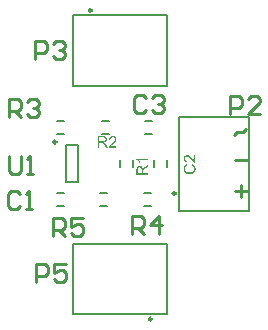
<source format=gto>
G04*
G04 #@! TF.GenerationSoftware,Altium Limited,Altium Designer,24.7.2 (38)*
G04*
G04 Layer_Color=16316664*
%FSAX44Y44*%
%MOMM*%
G71*
G04*
G04 #@! TF.SameCoordinates,93A25BCA-29EF-4DAC-9895-B02BB0167CD6*
G04*
G04*
G04 #@! TF.FilePolarity,Positive*
G04*
G01*
G75*
%ADD10C,0.2500*%
%ADD11C,0.2000*%
%ADD12C,0.1500*%
%ADD13C,0.2540*%
G36*
X00817980Y00277245D02*
X00818093Y00277231D01*
X00818234Y00277217D01*
X00818389Y00277189D01*
X00818544Y00277161D01*
X00818911Y00277062D01*
X00819277Y00276921D01*
X00819460Y00276836D01*
X00819643Y00276738D01*
X00819813Y00276611D01*
X00819968Y00276470D01*
X00819982Y00276456D01*
X00820010Y00276442D01*
X00820038Y00276385D01*
X00820095Y00276329D01*
X00820165Y00276259D01*
X00820236Y00276160D01*
X00820306Y00276061D01*
X00820391Y00275934D01*
X00820532Y00275667D01*
X00820673Y00275328D01*
X00820729Y00275159D01*
X00820757Y00274962D01*
X00820785Y00274764D01*
X00820799Y00274553D01*
X00820799Y00274525D01*
X00820799Y00274454D01*
X00820785Y00274341D01*
X00820771Y00274186D01*
X00820743Y00274017D01*
X00820687Y00273820D01*
X00820630Y00273608D01*
X00820546Y00273397D01*
X00820532Y00273369D01*
X00820503Y00273298D01*
X00820447Y00273185D01*
X00820362Y00273030D01*
X00820250Y00272861D01*
X00820109Y00272650D01*
X00819940Y00272438D01*
X00819742Y00272199D01*
X00819714Y00272170D01*
X00819643Y00272086D01*
X00819573Y00272015D01*
X00819503Y00271945D01*
X00819418Y00271860D01*
X00819305Y00271747D01*
X00819192Y00271635D01*
X00819051Y00271508D01*
X00818911Y00271367D01*
X00818741Y00271212D01*
X00818558Y00271057D01*
X00818361Y00270874D01*
X00818135Y00270690D01*
X00817910Y00270493D01*
X00817896Y00270479D01*
X00817867Y00270451D01*
X00817811Y00270408D01*
X00817740Y00270352D01*
X00817656Y00270267D01*
X00817557Y00270183D01*
X00817332Y00270000D01*
X00817092Y00269788D01*
X00816866Y00269576D01*
X00816669Y00269393D01*
X00816584Y00269323D01*
X00816514Y00269252D01*
X00816500Y00269238D01*
X00816458Y00269196D01*
X00816401Y00269139D01*
X00816331Y00269055D01*
X00816260Y00268956D01*
X00816176Y00268858D01*
X00816006Y00268618D01*
X00820814Y00268618D01*
X00820814Y00267462D01*
X00814343Y00267462D01*
X00814343Y00267476D01*
X00814343Y00267533D01*
X00814343Y00267617D01*
X00814357Y00267730D01*
X00814371Y00267857D01*
X00814399Y00267998D01*
X00814428Y00268139D01*
X00814484Y00268294D01*
X00814484Y00268308D01*
X00814498Y00268322D01*
X00814526Y00268407D01*
X00814583Y00268533D01*
X00814667Y00268703D01*
X00814780Y00268900D01*
X00814921Y00269125D01*
X00815076Y00269351D01*
X00815274Y00269591D01*
X00815274Y00269605D01*
X00815302Y00269619D01*
X00815372Y00269703D01*
X00815499Y00269830D01*
X00815682Y00270014D01*
X00815894Y00270225D01*
X00816162Y00270479D01*
X00816486Y00270761D01*
X00816838Y00271057D01*
X00816852Y00271071D01*
X00816909Y00271113D01*
X00816993Y00271184D01*
X00817092Y00271268D01*
X00817219Y00271381D01*
X00817374Y00271508D01*
X00817529Y00271649D01*
X00817712Y00271804D01*
X00818065Y00272142D01*
X00818417Y00272481D01*
X00818586Y00272650D01*
X00818741Y00272819D01*
X00818882Y00272974D01*
X00818995Y00273129D01*
X00818995Y00273143D01*
X00819023Y00273157D01*
X00819051Y00273200D01*
X00819080Y00273256D01*
X00819178Y00273411D01*
X00819291Y00273594D01*
X00819390Y00273820D01*
X00819489Y00274059D01*
X00819545Y00274327D01*
X00819573Y00274581D01*
X00819573Y00274595D01*
X00819573Y00274609D01*
X00819559Y00274694D01*
X00819545Y00274835D01*
X00819503Y00274990D01*
X00819446Y00275187D01*
X00819348Y00275385D01*
X00819221Y00275582D01*
X00819051Y00275779D01*
X00819023Y00275807D01*
X00818953Y00275864D01*
X00818854Y00275934D01*
X00818699Y00276033D01*
X00818502Y00276118D01*
X00818276Y00276202D01*
X00818008Y00276259D01*
X00817712Y00276273D01*
X00817628Y00276273D01*
X00817571Y00276259D01*
X00817402Y00276244D01*
X00817205Y00276202D01*
X00816993Y00276146D01*
X00816754Y00276047D01*
X00816528Y00275920D01*
X00816317Y00275751D01*
X00816288Y00275723D01*
X00816232Y00275652D01*
X00816148Y00275540D01*
X00816063Y00275370D01*
X00815964Y00275173D01*
X00815880Y00274919D01*
X00815823Y00274637D01*
X00815795Y00274313D01*
X00814569Y00274440D01*
X00814569Y00274454D01*
X00814583Y00274496D01*
X00814583Y00274567D01*
X00814597Y00274666D01*
X00814625Y00274778D01*
X00814653Y00274905D01*
X00814696Y00275060D01*
X00814738Y00275215D01*
X00814850Y00275554D01*
X00815020Y00275892D01*
X00815118Y00276061D01*
X00815245Y00276230D01*
X00815372Y00276385D01*
X00815513Y00276526D01*
X00815527Y00276541D01*
X00815555Y00276555D01*
X00815598Y00276597D01*
X00815668Y00276639D01*
X00815753Y00276695D01*
X00815851Y00276752D01*
X00815964Y00276822D01*
X00816105Y00276893D01*
X00816260Y00276963D01*
X00816429Y00277034D01*
X00816613Y00277090D01*
X00816810Y00277147D01*
X00817021Y00277189D01*
X00817247Y00277231D01*
X00817487Y00277245D01*
X00817740Y00277259D01*
X00817881Y00277259D01*
X00817980Y00277245D01*
X00817980Y00277245D02*
G37*
G36*
X00809818Y00277203D02*
X00809945Y00277203D01*
X00810241Y00277189D01*
X00810551Y00277147D01*
X00810889Y00277104D01*
X00811199Y00277034D01*
X00811355Y00276992D01*
X00811481Y00276949D01*
X00811496Y00276949D01*
X00811510Y00276935D01*
X00811594Y00276893D01*
X00811721Y00276836D01*
X00811876Y00276738D01*
X00812045Y00276611D01*
X00812228Y00276442D01*
X00812398Y00276244D01*
X00812567Y00276019D01*
X00812567Y00276005D01*
X00812581Y00275991D01*
X00812637Y00275906D01*
X00812694Y00275765D01*
X00812778Y00275582D01*
X00812849Y00275370D01*
X00812919Y00275117D01*
X00812962Y00274849D01*
X00812976Y00274553D01*
X00812976Y00274539D01*
X00812976Y00274510D01*
X00812976Y00274454D01*
X00812962Y00274384D01*
X00812962Y00274285D01*
X00812947Y00274186D01*
X00812891Y00273947D01*
X00812806Y00273665D01*
X00812694Y00273369D01*
X00812524Y00273073D01*
X00812412Y00272932D01*
X00812299Y00272791D01*
X00812285Y00272777D01*
X00812271Y00272763D01*
X00812228Y00272720D01*
X00812172Y00272678D01*
X00812102Y00272621D01*
X00812017Y00272565D01*
X00811904Y00272495D01*
X00811792Y00272410D01*
X00811650Y00272340D01*
X00811496Y00272269D01*
X00811326Y00272185D01*
X00811143Y00272114D01*
X00810932Y00272058D01*
X00810720Y00271987D01*
X00810480Y00271945D01*
X00810227Y00271903D01*
X00810255Y00271889D01*
X00810311Y00271860D01*
X00810396Y00271804D01*
X00810509Y00271747D01*
X00810762Y00271592D01*
X00810889Y00271494D01*
X00811002Y00271409D01*
X00811030Y00271381D01*
X00811101Y00271311D01*
X00811214Y00271198D01*
X00811355Y00271057D01*
X00811510Y00270859D01*
X00811693Y00270648D01*
X00811876Y00270394D01*
X00812073Y00270112D01*
X00813751Y00267462D01*
X00812144Y00267462D01*
X00810861Y00269492D01*
X00810861Y00269506D01*
X00810833Y00269534D01*
X00810805Y00269576D01*
X00810762Y00269633D01*
X00810664Y00269788D01*
X00810537Y00269985D01*
X00810382Y00270197D01*
X00810227Y00270422D01*
X00810072Y00270634D01*
X00809931Y00270831D01*
X00809917Y00270845D01*
X00809874Y00270902D01*
X00809804Y00270986D01*
X00809705Y00271085D01*
X00809494Y00271296D01*
X00809381Y00271395D01*
X00809268Y00271480D01*
X00809254Y00271494D01*
X00809226Y00271508D01*
X00809169Y00271536D01*
X00809085Y00271578D01*
X00809000Y00271621D01*
X00808902Y00271663D01*
X00808676Y00271733D01*
X00808662Y00271733D01*
X00808634Y00271747D01*
X00808577Y00271747D01*
X00808507Y00271762D01*
X00808408Y00271776D01*
X00808295Y00271776D01*
X00808140Y00271790D01*
X00806477Y00271790D01*
X00806477Y00267462D01*
X00805180Y00267462D01*
X00805180Y00277217D01*
X00809705Y00277217D01*
X00809818Y00277203D01*
X00809818Y00277203D02*
G37*
G36*
X00847598Y00256993D02*
X00839971Y00256993D01*
X00839986Y00256979D01*
X00840042Y00256908D01*
X00840127Y00256824D01*
X00840225Y00256683D01*
X00840352Y00256528D01*
X00840493Y00256330D01*
X00840648Y00256105D01*
X00840803Y00255851D01*
X00840803Y00255837D01*
X00840817Y00255823D01*
X00840874Y00255738D01*
X00840944Y00255597D01*
X00841029Y00255428D01*
X00841127Y00255231D01*
X00841226Y00255019D01*
X00841325Y00254808D01*
X00841409Y00254597D01*
X00840254Y00254597D01*
X00840254Y00254611D01*
X00840225Y00254639D01*
X00840211Y00254695D01*
X00840169Y00254766D01*
X00840127Y00254850D01*
X00840070Y00254949D01*
X00839929Y00255189D01*
X00839774Y00255471D01*
X00839577Y00255753D01*
X00839351Y00256049D01*
X00839112Y00256345D01*
X00839098Y00256359D01*
X00839083Y00256373D01*
X00839041Y00256415D01*
X00838999Y00256471D01*
X00838858Y00256598D01*
X00838689Y00256768D01*
X00838491Y00256937D01*
X00838266Y00257120D01*
X00838040Y00257275D01*
X00837801Y00257416D01*
X00837801Y00258191D01*
X00847598Y00258191D01*
X00847598Y00256993D01*
X00847598Y00256993D02*
G37*
G36*
X00847598Y00251312D02*
X00845568Y00250029D01*
X00845554Y00250029D01*
X00845526Y00250001D01*
X00845483Y00249973D01*
X00845427Y00249930D01*
X00845272Y00249832D01*
X00845075Y00249705D01*
X00844863Y00249550D01*
X00844638Y00249395D01*
X00844426Y00249240D01*
X00844229Y00249099D01*
X00844215Y00249085D01*
X00844158Y00249042D01*
X00844074Y00248972D01*
X00843975Y00248873D01*
X00843764Y00248662D01*
X00843665Y00248549D01*
X00843580Y00248436D01*
X00843566Y00248422D01*
X00843552Y00248394D01*
X00843524Y00248337D01*
X00843482Y00248253D01*
X00843439Y00248168D01*
X00843397Y00248070D01*
X00843327Y00247844D01*
X00843327Y00247830D01*
X00843313Y00247802D01*
X00843313Y00247745D01*
X00843298Y00247675D01*
X00843284Y00247576D01*
X00843284Y00247463D01*
X00843270Y00247308D01*
X00843270Y00245645D01*
X00847598Y00245645D01*
X00847598Y00244348D01*
X00837843Y00244348D01*
X00837843Y00248873D01*
X00837857Y00248986D01*
X00837857Y00249113D01*
X00837871Y00249409D01*
X00837913Y00249719D01*
X00837956Y00250057D01*
X00838026Y00250367D01*
X00838068Y00250522D01*
X00838111Y00250649D01*
X00838111Y00250664D01*
X00838125Y00250678D01*
X00838167Y00250762D01*
X00838223Y00250889D01*
X00838322Y00251044D01*
X00838449Y00251213D01*
X00838618Y00251397D01*
X00838816Y00251566D01*
X00839041Y00251735D01*
X00839055Y00251735D01*
X00839069Y00251749D01*
X00839154Y00251805D01*
X00839295Y00251862D01*
X00839478Y00251946D01*
X00839690Y00252017D01*
X00839943Y00252087D01*
X00840211Y00252129D01*
X00840507Y00252144D01*
X00840521Y00252144D01*
X00840549Y00252144D01*
X00840606Y00252144D01*
X00840676Y00252129D01*
X00840775Y00252129D01*
X00840874Y00252115D01*
X00841113Y00252059D01*
X00841395Y00251975D01*
X00841691Y00251862D01*
X00841987Y00251693D01*
X00842128Y00251580D01*
X00842269Y00251467D01*
X00842283Y00251453D01*
X00842298Y00251439D01*
X00842340Y00251397D01*
X00842382Y00251340D01*
X00842439Y00251270D01*
X00842495Y00251185D01*
X00842565Y00251072D01*
X00842650Y00250959D01*
X00842720Y00250819D01*
X00842791Y00250664D01*
X00842876Y00250494D01*
X00842946Y00250311D01*
X00843002Y00250100D01*
X00843073Y00249888D01*
X00843115Y00249648D01*
X00843157Y00249395D01*
X00843171Y00249423D01*
X00843200Y00249479D01*
X00843256Y00249564D01*
X00843313Y00249677D01*
X00843468Y00249930D01*
X00843566Y00250057D01*
X00843651Y00250170D01*
X00843679Y00250198D01*
X00843749Y00250269D01*
X00843862Y00250382D01*
X00844003Y00250522D01*
X00844201Y00250678D01*
X00844412Y00250861D01*
X00844666Y00251044D01*
X00844948Y00251241D01*
X00847598Y00252919D01*
X00847598Y00251312D01*
X00847598Y00251312D02*
G37*
G36*
X00887730Y00254668D02*
X00887716Y00254668D01*
X00887660Y00254668D01*
X00887575Y00254668D01*
X00887462Y00254682D01*
X00887335Y00254696D01*
X00887194Y00254724D01*
X00887053Y00254752D01*
X00886898Y00254809D01*
X00886884Y00254809D01*
X00886870Y00254823D01*
X00886786Y00254851D01*
X00886659Y00254907D01*
X00886489Y00254992D01*
X00886292Y00255105D01*
X00886067Y00255246D01*
X00885841Y00255401D01*
X00885601Y00255598D01*
X00885587Y00255598D01*
X00885573Y00255626D01*
X00885489Y00255697D01*
X00885362Y00255824D01*
X00885178Y00256007D01*
X00884967Y00256218D01*
X00884713Y00256486D01*
X00884431Y00256810D01*
X00884135Y00257163D01*
X00884121Y00257177D01*
X00884079Y00257233D01*
X00884008Y00257318D01*
X00883924Y00257417D01*
X00883811Y00257544D01*
X00883684Y00257699D01*
X00883543Y00257854D01*
X00883388Y00258037D01*
X00883050Y00258389D01*
X00882711Y00258742D01*
X00882542Y00258911D01*
X00882373Y00259066D01*
X00882218Y00259207D01*
X00882063Y00259320D01*
X00882049Y00259320D01*
X00882035Y00259348D01*
X00881992Y00259376D01*
X00881936Y00259404D01*
X00881781Y00259503D01*
X00881598Y00259616D01*
X00881372Y00259715D01*
X00881133Y00259813D01*
X00880865Y00259870D01*
X00880611Y00259898D01*
X00880597Y00259898D01*
X00880583Y00259898D01*
X00880498Y00259884D01*
X00880357Y00259870D01*
X00880202Y00259827D01*
X00880005Y00259771D01*
X00879808Y00259672D01*
X00879610Y00259545D01*
X00879413Y00259376D01*
X00879385Y00259348D01*
X00879328Y00259277D01*
X00879258Y00259179D01*
X00879159Y00259024D01*
X00879074Y00258826D01*
X00878990Y00258601D01*
X00878933Y00258333D01*
X00878919Y00258037D01*
X00878919Y00257952D01*
X00878933Y00257896D01*
X00878948Y00257727D01*
X00878990Y00257530D01*
X00879046Y00257318D01*
X00879145Y00257078D01*
X00879272Y00256853D01*
X00879441Y00256641D01*
X00879469Y00256613D01*
X00879540Y00256557D01*
X00879652Y00256472D01*
X00879822Y00256388D01*
X00880019Y00256289D01*
X00880273Y00256204D01*
X00880555Y00256148D01*
X00880879Y00256120D01*
X00880752Y00254893D01*
X00880738Y00254893D01*
X00880696Y00254907D01*
X00880625Y00254907D01*
X00880526Y00254921D01*
X00880414Y00254950D01*
X00880287Y00254978D01*
X00880132Y00255020D01*
X00879977Y00255063D01*
X00879638Y00255175D01*
X00879300Y00255344D01*
X00879131Y00255443D01*
X00878962Y00255570D01*
X00878807Y00255697D01*
X00878666Y00255838D01*
X00878652Y00255852D01*
X00878637Y00255880D01*
X00878595Y00255922D01*
X00878553Y00255993D01*
X00878496Y00256077D01*
X00878440Y00256176D01*
X00878370Y00256289D01*
X00878299Y00256430D01*
X00878229Y00256585D01*
X00878158Y00256754D01*
X00878102Y00256937D01*
X00878045Y00257135D01*
X00878003Y00257346D01*
X00877961Y00257572D01*
X00877947Y00257811D01*
X00877933Y00258065D01*
X00877933Y00258206D01*
X00877947Y00258305D01*
X00877961Y00258418D01*
X00877975Y00258559D01*
X00878003Y00258714D01*
X00878031Y00258869D01*
X00878130Y00259235D01*
X00878271Y00259602D01*
X00878355Y00259785D01*
X00878454Y00259968D01*
X00878581Y00260137D01*
X00878722Y00260292D01*
X00878736Y00260307D01*
X00878750Y00260335D01*
X00878807Y00260363D01*
X00878863Y00260419D01*
X00878933Y00260490D01*
X00879032Y00260560D01*
X00879131Y00260631D01*
X00879258Y00260715D01*
X00879526Y00260856D01*
X00879864Y00260997D01*
X00880033Y00261054D01*
X00880230Y00261082D01*
X00880428Y00261110D01*
X00880639Y00261124D01*
X00880667Y00261124D01*
X00880738Y00261124D01*
X00880851Y00261110D01*
X00881006Y00261096D01*
X00881175Y00261068D01*
X00881372Y00261011D01*
X00881584Y00260955D01*
X00881795Y00260870D01*
X00881823Y00260856D01*
X00881894Y00260828D01*
X00882007Y00260772D01*
X00882162Y00260687D01*
X00882331Y00260574D01*
X00882542Y00260433D01*
X00882754Y00260264D01*
X00882993Y00260067D01*
X00883022Y00260039D01*
X00883106Y00259968D01*
X00883177Y00259898D01*
X00883247Y00259827D01*
X00883332Y00259743D01*
X00883445Y00259630D01*
X00883557Y00259517D01*
X00883684Y00259376D01*
X00883825Y00259235D01*
X00883980Y00259066D01*
X00884135Y00258883D01*
X00884318Y00258685D01*
X00884502Y00258460D01*
X00884699Y00258234D01*
X00884713Y00258220D01*
X00884741Y00258192D01*
X00884784Y00258136D01*
X00884840Y00258065D01*
X00884925Y00257981D01*
X00885009Y00257882D01*
X00885192Y00257656D01*
X00885404Y00257417D01*
X00885615Y00257191D01*
X00885799Y00256994D01*
X00885869Y00256909D01*
X00885940Y00256839D01*
X00885954Y00256825D01*
X00885996Y00256782D01*
X00886052Y00256726D01*
X00886137Y00256655D01*
X00886236Y00256585D01*
X00886334Y00256500D01*
X00886574Y00256331D01*
X00886574Y00261138D01*
X00887730Y00261138D01*
X00887730Y00254668D01*
X00887730Y00254668D02*
G37*
G36*
X00884713Y00253723D02*
X00884798Y00253695D01*
X00884911Y00253653D01*
X00885038Y00253610D01*
X00885192Y00253554D01*
X00885362Y00253484D01*
X00885545Y00253399D01*
X00885940Y00253202D01*
X00886334Y00252948D01*
X00886532Y00252793D01*
X00886729Y00252638D01*
X00886898Y00252469D01*
X00887067Y00252271D01*
X00887082Y00252257D01*
X00887110Y00252229D01*
X00887138Y00252159D01*
X00887194Y00252088D01*
X00887265Y00251975D01*
X00887335Y00251863D01*
X00887406Y00251707D01*
X00887476Y00251552D01*
X00887561Y00251369D01*
X00887631Y00251172D01*
X00887702Y00250960D01*
X00887772Y00250735D01*
X00887829Y00250495D01*
X00887857Y00250241D01*
X00887885Y00249974D01*
X00887899Y00249692D01*
X00887899Y00249536D01*
X00887885Y00249424D01*
X00887885Y00249297D01*
X00887871Y00249142D01*
X00887843Y00248973D01*
X00887815Y00248775D01*
X00887744Y00248366D01*
X00887631Y00247943D01*
X00887476Y00247521D01*
X00887378Y00247323D01*
X00887265Y00247126D01*
X00887251Y00247112D01*
X00887237Y00247084D01*
X00887194Y00247027D01*
X00887138Y00246971D01*
X00887082Y00246886D01*
X00886997Y00246787D01*
X00886898Y00246675D01*
X00886786Y00246562D01*
X00886659Y00246449D01*
X00886532Y00246322D01*
X00886208Y00246069D01*
X00885827Y00245829D01*
X00885404Y00245618D01*
X00885390Y00245618D01*
X00885348Y00245589D01*
X00885277Y00245575D01*
X00885192Y00245533D01*
X00885080Y00245505D01*
X00884939Y00245462D01*
X00884784Y00245406D01*
X00884615Y00245364D01*
X00884431Y00245322D01*
X00884220Y00245265D01*
X00883783Y00245195D01*
X00883289Y00245138D01*
X00882782Y00245110D01*
X00882768Y00245110D01*
X00882711Y00245110D01*
X00882627Y00245110D01*
X00882528Y00245124D01*
X00882387Y00245124D01*
X00882246Y00245138D01*
X00882063Y00245152D01*
X00881880Y00245180D01*
X00881471Y00245251D01*
X00881020Y00245350D01*
X00880569Y00245491D01*
X00880132Y00245688D01*
X00880118Y00245702D01*
X00880075Y00245716D01*
X00880019Y00245744D01*
X00879949Y00245801D01*
X00879850Y00245857D01*
X00879737Y00245928D01*
X00879483Y00246111D01*
X00879201Y00246350D01*
X00878919Y00246632D01*
X00878637Y00246957D01*
X00878398Y00247337D01*
X00878384Y00247351D01*
X00878370Y00247394D01*
X00878341Y00247450D01*
X00878299Y00247521D01*
X00878257Y00247633D01*
X00878214Y00247746D01*
X00878158Y00247887D01*
X00878102Y00248042D01*
X00878045Y00248211D01*
X00877989Y00248395D01*
X00877904Y00248789D01*
X00877834Y00249240D01*
X00877806Y00249706D01*
X00877806Y00249847D01*
X00877820Y00249945D01*
X00877834Y00250072D01*
X00877848Y00250227D01*
X00877862Y00250382D01*
X00877904Y00250565D01*
X00877989Y00250946D01*
X00878116Y00251369D01*
X00878200Y00251581D01*
X00878299Y00251778D01*
X00878426Y00251975D01*
X00878553Y00252173D01*
X00878567Y00252187D01*
X00878581Y00252215D01*
X00878623Y00252271D01*
X00878694Y00252342D01*
X00878764Y00252412D01*
X00878863Y00252511D01*
X00878976Y00252610D01*
X00879089Y00252722D01*
X00879230Y00252835D01*
X00879399Y00252948D01*
X00879568Y00253075D01*
X00879751Y00253188D01*
X00879963Y00253286D01*
X00880174Y00253399D01*
X00880400Y00253484D01*
X00880653Y00253568D01*
X00880949Y00252299D01*
X00880935Y00252299D01*
X00880907Y00252285D01*
X00880851Y00252257D01*
X00880780Y00252229D01*
X00880696Y00252201D01*
X00880583Y00252159D01*
X00880357Y00252046D01*
X00880104Y00251905D01*
X00879850Y00251736D01*
X00879610Y00251524D01*
X00879399Y00251299D01*
X00879370Y00251270D01*
X00879314Y00251186D01*
X00879244Y00251045D01*
X00879145Y00250862D01*
X00879060Y00250622D01*
X00878976Y00250354D01*
X00878919Y00250030D01*
X00878905Y00249677D01*
X00878905Y00249565D01*
X00878919Y00249494D01*
X00878919Y00249396D01*
X00878933Y00249283D01*
X00878976Y00249015D01*
X00879032Y00248719D01*
X00879131Y00248409D01*
X00879272Y00248085D01*
X00879455Y00247788D01*
X00879455Y00247774D01*
X00879483Y00247760D01*
X00879554Y00247662D01*
X00879667Y00247535D01*
X00879836Y00247380D01*
X00880047Y00247196D01*
X00880287Y00247027D01*
X00880583Y00246872D01*
X00880907Y00246731D01*
X00880921Y00246731D01*
X00880949Y00246717D01*
X00880992Y00246703D01*
X00881062Y00246689D01*
X00881147Y00246661D01*
X00881245Y00246632D01*
X00881485Y00246590D01*
X00881767Y00246534D01*
X00882077Y00246477D01*
X00882415Y00246449D01*
X00882782Y00246435D01*
X00882796Y00246435D01*
X00882838Y00246435D01*
X00882909Y00246435D01*
X00882993Y00246435D01*
X00883092Y00246449D01*
X00883219Y00246449D01*
X00883360Y00246463D01*
X00883515Y00246477D01*
X00883853Y00246520D01*
X00884220Y00246590D01*
X00884586Y00246675D01*
X00884953Y00246787D01*
X00884967Y00246787D01*
X00884995Y00246802D01*
X00885038Y00246830D01*
X00885108Y00246858D01*
X00885277Y00246943D01*
X00885474Y00247069D01*
X00885700Y00247225D01*
X00885940Y00247422D01*
X00886151Y00247647D01*
X00886348Y00247915D01*
X00886348Y00247929D01*
X00886363Y00247958D01*
X00886391Y00248000D01*
X00886419Y00248056D01*
X00886447Y00248127D01*
X00886489Y00248211D01*
X00886574Y00248409D01*
X00886659Y00248662D01*
X00886729Y00248944D01*
X00886786Y00249254D01*
X00886800Y00249579D01*
X00886800Y00249677D01*
X00886786Y00249762D01*
X00886786Y00249861D01*
X00886771Y00249959D01*
X00886715Y00250213D01*
X00886645Y00250509D01*
X00886532Y00250805D01*
X00886377Y00251115D01*
X00886292Y00251270D01*
X00886179Y00251411D01*
X00886165Y00251425D01*
X00886151Y00251440D01*
X00886109Y00251482D01*
X00886067Y00251538D01*
X00885996Y00251595D01*
X00885911Y00251665D01*
X00885827Y00251750D01*
X00885714Y00251820D01*
X00885587Y00251905D01*
X00885446Y00252003D01*
X00885305Y00252088D01*
X00885136Y00252173D01*
X00884953Y00252243D01*
X00884755Y00252314D01*
X00884544Y00252384D01*
X00884318Y00252440D01*
X00884643Y00253737D01*
X00884657Y00253737D01*
X00884713Y00253723D01*
X00884713Y00253723D02*
G37*
%LPC*%
G36*
X00809550Y00276132D02*
X00806477Y00276132D01*
X00806477Y00272903D01*
X00809381Y00272903D01*
X00809550Y00272917D01*
X00809747Y00272932D01*
X00809973Y00272946D01*
X00810199Y00272974D01*
X00810424Y00273016D01*
X00810621Y00273073D01*
X00810650Y00273087D01*
X00810706Y00273115D01*
X00810791Y00273157D01*
X00810903Y00273214D01*
X00811030Y00273298D01*
X00811157Y00273397D01*
X00811284Y00273524D01*
X00811383Y00273665D01*
X00811397Y00273679D01*
X00811425Y00273735D01*
X00811467Y00273820D01*
X00811524Y00273932D01*
X00811566Y00274059D01*
X00811608Y00274200D01*
X00811636Y00274370D01*
X00811650Y00274539D01*
X00811650Y00274553D01*
X00811650Y00274567D01*
X00811636Y00274652D01*
X00811622Y00274778D01*
X00811594Y00274947D01*
X00811524Y00275117D01*
X00811439Y00275314D01*
X00811312Y00275497D01*
X00811143Y00275681D01*
X00811115Y00275695D01*
X00811044Y00275751D01*
X00810932Y00275821D01*
X00810748Y00275906D01*
X00810537Y00275991D01*
X00810255Y00276061D01*
X00809931Y00276118D01*
X00809550Y00276132D01*
X00809550Y00276132D02*
G37*
G36*
X00840521Y00250819D02*
X00840507Y00250819D01*
X00840493Y00250819D01*
X00840408Y00250804D01*
X00840282Y00250790D01*
X00840113Y00250762D01*
X00839943Y00250692D01*
X00839746Y00250607D01*
X00839563Y00250480D01*
X00839379Y00250311D01*
X00839365Y00250283D01*
X00839309Y00250212D01*
X00839239Y00250100D01*
X00839154Y00249916D01*
X00839069Y00249705D01*
X00838999Y00249423D01*
X00838942Y00249099D01*
X00838928Y00248718D01*
X00838928Y00245645D01*
X00842157Y00245645D01*
X00842157Y00248549D01*
X00842142Y00248718D01*
X00842128Y00248915D01*
X00842114Y00249141D01*
X00842086Y00249366D01*
X00842044Y00249592D01*
X00841987Y00249789D01*
X00841973Y00249818D01*
X00841945Y00249874D01*
X00841903Y00249959D01*
X00841846Y00250071D01*
X00841762Y00250198D01*
X00841663Y00250325D01*
X00841536Y00250452D01*
X00841395Y00250551D01*
X00841381Y00250565D01*
X00841325Y00250593D01*
X00841240Y00250635D01*
X00841127Y00250692D01*
X00841001Y00250734D01*
X00840860Y00250776D01*
X00840691Y00250804D01*
X00840521Y00250819D01*
X00840521Y00250819D02*
G37*
%LPD*%
D10*
X00770090Y00272250D02*
G03*
X00770090Y00272250I-00001250J00000000D01*
G01*
X00871030Y00228600D02*
G03*
X00871030Y00228600I-00001250J00000000D01*
G01*
X00850880Y00122210D02*
G03*
X00850880Y00122210I-00001250J00000000D01*
G01*
X00800080Y00383710D02*
G03*
X00800080Y00383710I-00001250J00000000D01*
G01*
D11*
X00784430Y00126460D02*
X00784430Y00185960D01*
X00864030Y00185960D01*
X00864030Y00126460D01*
X00784430Y00126460D01*
X00874030Y00214200D02*
X00933530Y00214200D01*
X00933530Y00293800D01*
X00874030Y00293800D01*
X00874030Y00214200D01*
X00788590Y00269500D02*
X00788590Y00238500D01*
X00778590Y00238500D01*
X00778590Y00269500D01*
X00788590Y00269500D01*
X00784430Y00319960D02*
X00864030Y00319960D01*
X00864030Y00379460D01*
X00784430Y00379460D01*
X00784430Y00319960D01*
D12*
X00770430Y00218020D02*
X00776430Y00218020D01*
X00807260Y00218020D02*
X00813260Y00218020D01*
X00844090Y00218020D02*
X00850090Y00218020D01*
X00864020Y00251000D02*
X00864020Y00257000D01*
X00851360Y00289980D02*
X00845360Y00289980D01*
X00845360Y00278980D02*
X00851360Y00278980D01*
X00853020Y00257000D02*
X00853020Y00251000D01*
X00850090Y00229020D02*
X00844090Y00229020D01*
X00834810Y00257000D02*
X00834810Y00251000D01*
X00823810Y00251000D02*
X00823810Y00257000D01*
X00814530Y00278980D02*
X00808530Y00278980D01*
X00807260Y00229020D02*
X00813260Y00229020D01*
X00814530Y00289980D02*
X00808530Y00289980D01*
X00776430Y00289980D02*
X00770430Y00289980D01*
X00770430Y00278980D02*
X00776430Y00278980D01*
X00776430Y00229020D02*
X00770430Y00229020D01*
D13*
X00728980Y00218439D02*
X00731519Y00215900D01*
X00736598Y00215900D01*
X00739137Y00218439D01*
X00744215Y00215900D02*
X00749293Y00215900D01*
X00746754Y00215900D01*
X00746754Y00231135D01*
X00744215Y00228596D01*
X00739137Y00228596D02*
X00736598Y00231135D01*
X00731519Y00231135D01*
X00728980Y00228596D01*
X00728980Y00218439D01*
X00737868Y00245110D02*
X00740407Y00247649D01*
X00740407Y00260345D01*
X00748024Y00260345D02*
X00745485Y00257806D01*
X00748024Y00260345D02*
X00748024Y00245110D01*
X00750563Y00245110D01*
X00745485Y00245110D01*
X00737868Y00245110D02*
X00732789Y00245110D01*
X00730250Y00247649D01*
X00730250Y00260345D01*
X00740407Y00293624D02*
X00735328Y00298702D01*
X00730250Y00298702D02*
X00737868Y00298702D01*
X00740407Y00301241D01*
X00740407Y00306320D01*
X00737868Y00308859D01*
X00730250Y00308859D01*
X00730250Y00293624D01*
X00748024Y00293624D02*
X00745485Y00296163D01*
X00748024Y00293624D02*
X00753103Y00293624D01*
X00755642Y00296163D01*
X00755642Y00298702D01*
X00753103Y00301241D01*
X00750563Y00301241D01*
X00753103Y00301241D01*
X00755642Y00303781D01*
X00755642Y00306320D01*
X00753103Y00308859D01*
X00748024Y00308859D01*
X00745485Y00306320D01*
X00762251Y00349756D02*
X00759712Y00347216D01*
X00752094Y00347216D01*
X00752094Y00342138D02*
X00752094Y00357373D01*
X00759712Y00357373D01*
X00762251Y00354834D01*
X00762251Y00349756D01*
X00767329Y00354834D02*
X00769868Y00357373D01*
X00774947Y00357373D01*
X00777486Y00354834D01*
X00777486Y00352295D01*
X00774947Y00349756D01*
X00772407Y00349756D01*
X00774947Y00349756D01*
X00777486Y00347216D01*
X00777486Y00344677D01*
X00774947Y00342138D01*
X00769868Y00342138D01*
X00767329Y00344677D01*
X00835660Y00299719D02*
X00838199Y00297180D01*
X00843278Y00297180D01*
X00845817Y00299719D01*
X00850895Y00299719D02*
X00853434Y00297180D01*
X00858513Y00297180D01*
X00861052Y00299719D01*
X00861052Y00302258D01*
X00858513Y00304797D01*
X00855973Y00304797D01*
X00858513Y00304797D01*
X00861052Y00307337D01*
X00861052Y00309876D01*
X00858513Y00312415D01*
X00853434Y00312415D01*
X00850895Y00309876D01*
X00845817Y00309876D02*
X00843278Y00312415D01*
X00838199Y00312415D01*
X00835660Y00309876D01*
X00835660Y00299719D01*
X00782315Y00208275D02*
X00782315Y00200658D01*
X00787393Y00203197D01*
X00789933Y00203197D01*
X00792472Y00200658D01*
X00792472Y00195579D01*
X00789933Y00193040D01*
X00784854Y00193040D01*
X00782315Y00195579D01*
X00777237Y00193040D02*
X00772158Y00198118D01*
X00774697Y00198118D02*
X00767080Y00198118D01*
X00767080Y00193040D02*
X00767080Y00208275D01*
X00774697Y00208275D01*
X00777237Y00205736D01*
X00777237Y00200658D01*
X00774697Y00198118D01*
X00777994Y00168905D02*
X00767837Y00168905D01*
X00767837Y00161287D01*
X00772915Y00163827D01*
X00775455Y00163827D01*
X00777994Y00161287D01*
X00777994Y00156209D01*
X00775455Y00153670D01*
X00770376Y00153670D01*
X00767837Y00156209D01*
X00762759Y00161287D02*
X00760219Y00158748D01*
X00752602Y00158748D01*
X00752602Y00153670D02*
X00752602Y00168905D01*
X00760219Y00168905D01*
X00762759Y00166366D01*
X00762759Y00161287D01*
X00834390Y00194310D02*
X00834390Y00209545D01*
X00842008Y00209545D01*
X00844547Y00207006D01*
X00844547Y00201928D01*
X00842008Y00199388D01*
X00834390Y00199388D01*
X00839468Y00199388D02*
X00844547Y00194310D01*
X00857243Y00194310D02*
X00857243Y00209545D01*
X00849625Y00201928D01*
X00859782Y00201928D01*
X00792472Y00208275D02*
X00782315Y00208275D01*
X00926590Y00225552D02*
X00926590Y00235709D01*
X00921512Y00230630D02*
X00931669Y00230630D01*
X00931415Y00256919D02*
X00921258Y00256919D01*
X00920496Y00278130D02*
X00923035Y00280669D01*
X00928113Y00280669D01*
X00930653Y00283208D01*
X00932683Y00296164D02*
X00942840Y00306321D01*
X00942840Y00308860D01*
X00940301Y00311399D01*
X00935222Y00311399D01*
X00932683Y00308860D01*
X00927605Y00308860D02*
X00927605Y00303782D01*
X00925066Y00301242D01*
X00917448Y00301242D01*
X00917448Y00296164D02*
X00917448Y00311399D01*
X00925066Y00311399D01*
X00927605Y00308860D01*
X00932683Y00296164D02*
X00942840Y00296164D01*
M02*

</source>
